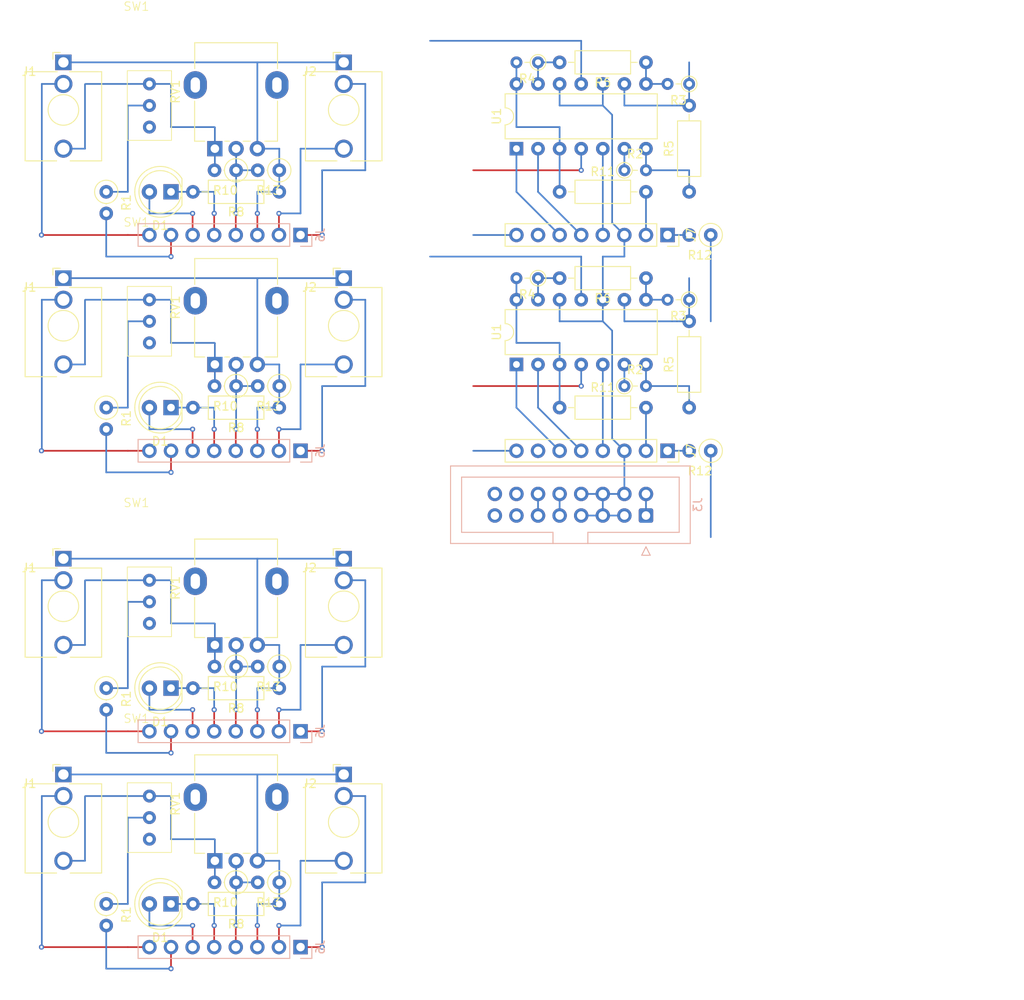
<source format=kicad_pcb>
(kicad_pcb (version 20240108) (generator "pcbnew") (generator_version "8.0")
  (layers (0 "F.Cu" signal) (31 "B.Cu" signal) (34 "B.Paste" user) (35 "F.Paste" user) (36 "B.SilkS" user "B.Silkscreen") (37 "F.SilkS" user "F.Silkscreen") (38 "B.Mask" user) (39 "F.Mask" user) (44 "Edge.Cuts" user))
  (net 0 "")
  (net 1 "U1.2")
  (net 2 "Net-(R2-Pad2)")
  (net 3 "Net-(R3-Pad2)")
  (net 4 "/Daisy chain in")
  (net 5 "GND")
  (net 6 "Net-(SW1-A)")
  (net 7 "/Daisy chain out")
  (net 8 "+12V")
  (net 9 "-12V")
  (net 10 "+5V")
  (net 11 "U1.13")
  (net 12 "U1.3")
  (net 13 "R11")
  (net 14 "U1.14")
  (net 15 "R12")
  (net 16 "Net-(SW1-B)")
  (net 21 "Net-(U1D--)")
  (net 22 "Net-(U1A-+)")
  (footprint "Connector_PinSocket_2.54mm:PinSocket_1x08_P2.54mm_Vertical" (layer "F.Cu") (at 195.58 50.8 -90)
    (property "Reference" "J7")
    (property "Value" "Conn_01x08_Socket")
  )
  (footprint "Resistor_THT:R_Axial_DIN0207_L6.3mm_D2.5mm_P2.54mm_Vertical" (layer "F.Cu") (at 129.54 71.12 -90)
    (property "Reference" "R1")
    (property "Value" "100k")
  )
  (footprint "Resistor_THT:R_Axial_DIN0204_L3.6mm_D1.6mm_P2.54mm_Vertical" (layer "F.Cu") (at 198.12 33.02 180)
    (property "Reference" "R3")
    (property "Value" "100k")
  )
  (footprint "Resistor_THT:R_Axial_DIN0207_L6.3mm_D2.5mm_P2.54mm_Vertical" (layer "F.Cu") (at 144.82 101.6 180)
    (property "Reference" "R10")
    (property "Value" "22k")
  )
  (footprint "Resistor_THT:R_Axial_DIN0207_L6.3mm_D2.5mm_P2.54mm_Vertical" (layer "F.Cu") (at 200.66 50.8 180)
    (property "Reference" "R12")
    (property "Value" "100k")
  )
  (footprint "Resistor_THT:R_Axial_DIN0204_L3.6mm_D1.6mm_P2.54mm_Vertical" (layer "F.Cu") (at 190.5 43.18)
    (property "Reference" "R2")
    (property "Value" "100k")
  )
  (footprint "Resistor_THT:R_Axial_DIN0207_L6.3mm_D2.5mm_P2.54mm_Vertical" (layer "F.Cu") (at 129.54 104.14 -90)
    (property "Reference" "R1")
    (property "Value" "100k")
  )
  (footprint "Resistor_THT:R_Axial_DIN0207_L6.3mm_D2.5mm_P2.54mm_Vertical" (layer "F.Cu") (at 149.9 43.18 180)
    (property "Reference" "R13")
    (property "Value" "22k")
  )
  (footprint "Resistor_THT:R_Axial_DIN0207_L6.3mm_D2.5mm_P2.54mm_Vertical" (layer "F.Cu") (at 144.82 43.18 180)
    (property "Reference" "R10")
    (property "Value" "22k")
  )
  (footprint "Custom:Thonkiconn mono 3.5mm audio jack PCB spacing" (layer "F.Cu") (at 124.5 114.3)
    (property "Reference" "J1")
    (property "Value" "AudioJack2_SwitchT")
  )
  (footprint "Resistor_THT:R_Axial_DIN0207_L6.3mm_D2.5mm_P10.16mm_Horizontal" (layer "F.Cu") (at 182.88 71.12)
    (property "Reference" "R11")
    (property "Value" "1k")
  )
  (footprint "Custom:SMTS 102 SPDT" (layer "F.Cu") (at 134.62 119.38)
    (property "Reference" "SW1")
    (property "Value" "SW_SPST")
  )
  (footprint "Resistor_THT:R_Axial_DIN0207_L6.3mm_D2.5mm_P2.54mm_Vertical" (layer "F.Cu") (at 149.9 127 180)
    (property "Reference" "R13")
    (property "Value" "22k")
  )
  (footprint "Resistor_THT:R_Axial_DIN0204_L3.6mm_D1.6mm_P2.54mm_Vertical" (layer "F.Cu") (at 198.12 58.42 180)
    (property "Reference" "R3")
    (property "Value" "100k")
  )
  (footprint "Resistor_THT:R_Axial_DIN0207_L6.3mm_D2.5mm_P2.54mm_Vertical" (layer "F.Cu") (at 149.9 101.6 180)
    (property "Reference" "R13")
    (property "Value" "22k")
  )
  (footprint "Custom:Thonkiconn mono 3.5mm audio jack PCB spacing" (layer "F.Cu") (at 157.48 88.9)
    (property "Reference" "J2")
    (property "Value" "AudioJack2_SwitchT")
  )
  (footprint "Custom:Thonkiconn mono 3.5mm audio jack PCB spacing" (layer "F.Cu") (at 124.5 88.9)
    (property "Reference" "J1")
    (property "Value" "AudioJack2_SwitchT")
  )
  (footprint "LED_THT:LED_D5.0mm" (layer "F.Cu") (at 137.16 71.12 180)
    (property "Reference" "D1")
    (property "Value" "LED_Dual_Bidirectional")
  )
  (footprint "Resistor_THT:R_Axial_DIN0207_L6.3mm_D2.5mm_P10.16mm_Horizontal" (layer "F.Cu") (at 149.9 71.12 180)
    (property "Reference" "R8")
    (property "Value" "470")
  )
  (footprint "Connector_PinSocket_2.54mm:PinSocket_1x08_P2.54mm_Vertical" (layer "F.Cu") (at 195.58 76.2 -90)
    (property "Reference" "J7")
    (property "Value" "Conn_01x08_Socket")
  )
  (footprint "Resistor_THT:R_Axial_DIN0207_L6.3mm_D2.5mm_P2.54mm_Vertical" (layer "F.Cu") (at 200.66 76.2 180)
    (property "Reference" "R12")
    (property "Value" "100k")
  )
  (footprint "Package_DIP:DIP-14_W7.62mm" (layer "F.Cu") (at 177.8 40.64 90)
    (property "Reference" "U1")
    (property "Value" "LM324")
  )
  (footprint "Resistor_THT:R_Axial_DIN0207_L6.3mm_D2.5mm_P2.54mm_Vertical" (layer "F.Cu") (at 129.54 129.54 -90)
    (property "Reference" "R1")
    (property "Value" "100k")
  )
  (footprint "LED_THT:LED_D5.0mm" (layer "F.Cu") (at 137.16 45.72 180)
    (property "Reference" "D1")
    (property "Value" "LED_Dual_Bidirectional")
  )
  (footprint "LED_THT:LED_D5.0mm" (layer "F.Cu") (at 137.16 129.54 180)
    (property "Reference" "D1")
    (property "Value" "LED_Dual_Bidirectional")
  )
  (footprint "Potentiometer_THT:Potentiometer_Alpha_RD901F-40-00D_Single_Vertical" (layer "F.Cu") (at 142.32 99.06 90)
    (property "Reference" "RV1")
    (property "Value" "100k")
  )
  (footprint "Resistor_THT:R_Axial_DIN0207_L6.3mm_D2.5mm_P10.16mm_Horizontal" (layer "F.Cu") (at 182.88 45.72)
    (property "Reference" "R11")
    (property "Value" "1k")
  )
  (footprint "Resistor_THT:R_Axial_DIN0204_L3.6mm_D1.6mm_P2.54mm_Vertical" (layer "F.Cu") (at 180.34 30.48 180)
    (property "Reference" "R4")
    (property "Value" "100k")
  )
  (footprint "Resistor_THT:R_Axial_DIN0207_L6.3mm_D2.5mm_P10.16mm_Horizontal" (layer "F.Cu") (at 149.9 129.54 180)
    (property "Reference" "R8")
    (property "Value" "470")
  )
  (footprint "Custom:SMTS 102 SPDT" (layer "F.Cu") (at 134.62 93.98)
    (property "Reference" "SW1")
    (property "Value" "SW_SPST")
  )
  (footprint "Package_DIP:DIP-14_W7.62mm" (layer "F.Cu") (at 177.8 66.04 90)
    (property "Reference" "U1")
    (property "Value" "LM324")
  )
  (footprint "Resistor_THT:R_Axial_DIN0207_L6.3mm_D2.5mm_P10.16mm_Horizontal" (layer "F.Cu") (at 193.04 30.48 180)
    (property "Reference" "R6")
    (property "Value" "100k")
  )
  (footprint "Resistor_THT:R_Axial_DIN0207_L6.3mm_D2.5mm_P10.16mm_Horizontal" (layer "F.Cu") (at 198.12 71.12 90)
    (property "Reference" "R5")
    (property "Value" "100k")
  )
  (footprint "Resistor_THT:R_Axial_DIN0207_L6.3mm_D2.5mm_P10.16mm_Horizontal" (layer "F.Cu") (at 193.04 55.88 180)
    (property "Reference" "R6")
    (property "Value" "100k")
  )
  (footprint "Potentiometer_THT:Potentiometer_Alpha_RD901F-40-00D_Single_Vertical" (layer "F.Cu") (at 142.32 124.46 90)
    (property "Reference" "RV1")
    (property "Value" "100k")
  )
  (footprint "Custom:Thonkiconn mono 3.5mm audio jack PCB spacing" (layer "F.Cu") (at 124.5 30.48)
    (property "Reference" "J1")
    (property "Value" "AudioJack2_SwitchT")
  )
  (footprint "Potentiometer_THT:Potentiometer_Alpha_RD901F-40-00D_Single_Vertical" (layer "F.Cu") (at 142.32 40.64 90)
    (property "Reference" "RV1")
    (property "Value" "100k")
  )
  (footprint "Resistor_THT:R_Axial_DIN0207_L6.3mm_D2.5mm_P10.16mm_Horizontal" (layer "F.Cu") (at 149.9 45.72 180)
    (property "Reference" "R8")
    (property "Value" "470")
  )
  (footprint "Resistor_THT:R_Axial_DIN0204_L3.6mm_D1.6mm_P2.54mm_Vertical" (layer "F.Cu") (at 190.5 68.58)
    (property "Reference" "R2")
    (property "Value" "100k")
  )
  (footprint "Resistor_THT:R_Axial_DIN0207_L6.3mm_D2.5mm_P10.16mm_Horizontal" (layer "F.Cu") (at 198.12 45.72 90)
    (property "Reference" "R5")
    (property "Value" "100k")
  )
  (footprint "LED_THT:LED_D5.0mm" (layer "F.Cu") (at 137.16 104.14 180)
    (property "Reference" "D1")
    (property "Value" "LED_Dual_Bidirectional")
  )
  (footprint "Custom:Thonkiconn mono 3.5mm audio jack PCB spacing" (layer "F.Cu") (at 157.48 114.3)
    (property "Reference" "J2")
    (property "Value" "AudioJack2_SwitchT")
  )
  (footprint "Custom:SMTS 102 SPDT" (layer "F.Cu") (at 134.62 35.56)
    (property "Reference" "SW1")
    (property "Value" "SW_SPST")
  )
  (footprint "Custom:Thonkiconn mono 3.5mm audio jack PCB spacing" (layer "F.Cu") (at 124.5 55.88)
    (property "Reference" "J1")
    (property "Value" "AudioJack2_SwitchT")
  )
  (footprint "Resistor_THT:R_Axial_DIN0204_L3.6mm_D1.6mm_P2.54mm_Vertical" (layer "F.Cu") (at 180.34 55.88 180)
    (property "Reference" "R4")
    (property "Value" "100k")
  )
  (footprint "Custom:Thonkiconn mono 3.5mm audio jack PCB spacing" (layer "F.Cu") (at 157.48 30.48)
    (property "Reference" "J2")
    (property "Value" "AudioJack2_SwitchT")
  )
  (footprint "Potentiometer_THT:Potentiometer_Alpha_RD901F-40-00D_Single_Vertical" (layer "F.Cu") (at 142.32 66.04 90)
    (property "Reference" "RV1")
    (property "Value" "100k")
  )
  (footprint "Resistor_THT:R_Axial_DIN0207_L6.3mm_D2.5mm_P2.54mm_Vertical" (layer "F.Cu") (at 144.82 127 180)
    (property "Reference" "R10")
    (property "Value" "22k")
  )
  (footprint "Resistor_THT:R_Axial_DIN0207_L6.3mm_D2.5mm_P2.54mm_Vertical" (layer "F.Cu") (at 144.82 68.58 180)
    (property "Reference" "R10")
    (property "Value" "22k")
  )
  (footprint "Resistor_THT:R_Axial_DIN0207_L6.3mm_D2.5mm_P2.54mm_Vertical" (layer "F.Cu") (at 129.54 45.72 -90)
    (property "Reference" "R1")
    (property "Value" "100k")
  )
  (footprint "Custom:SMTS 102 SPDT" (layer "F.Cu") (at 134.62 60.96)
    (property "Reference" "SW1")
    (property "Value" "SW_SPST")
  )
  (footprint "Resistor_THT:R_Axial_DIN0207_L6.3mm_D2.5mm_P10.16mm_Horizontal" (layer "F.Cu") (at 149.9 104.14 180)
    (property "Reference" "R8")
    (property "Value" "470")
  )
  (footprint "Resistor_THT:R_Axial_DIN0207_L6.3mm_D2.5mm_P2.54mm_Vertical" (layer "F.Cu") (at 149.9 68.58 180)
    (property "Reference" "R13")
    (property "Value" "22k")
  )
  (footprint "Custom:Thonkiconn mono 3.5mm audio jack PCB spacing" (layer "F.Cu") (at 157.48 55.88)
    (property "Reference" "J2")
    (property "Value" "AudioJack2_SwitchT")
  )
  (footprint "Connector_IDC:IDC-Header_2x08_P2.54mm_Vertical" (layer "B.Cu") (at 193.04 83.82 90)
    (property "Reference" "J3")
    (property "Value" "Conn_02x08_Odd_Even")
  )
  (footprint "Connector_PinHeader_2.54mm:PinHeader_1x08_P2.54mm_Vertical" (layer "B.Cu") (at 152.4 76.2 90)
    (property "Reference" "J6")
    (property "Value" "Conn_01x08_Pin")
  )
  (footprint "Connector_PinHeader_2.54mm:PinHeader_1x08_P2.54mm_Vertical" (layer "B.Cu") (at 152.4 134.62 90)
    (property "Reference" "J6")
    (property "Value" "Conn_01x08_Pin")
  )
  (footprint "Connector_PinHeader_2.54mm:PinHeader_1x08_P2.54mm_Vertical" (layer "B.Cu") (at 152.4 109.22 90)
    (property "Reference" "J6")
    (property "Value" "Conn_01x08_Pin")
  )
  (footprint "Connector_PinHeader_2.54mm:PinHeader_1x08_P2.54mm_Vertical" (layer "B.Cu") (at 152.4 50.8 90)
    (property "Reference" "J6")
    (property "Value" "Conn_01x08_Pin")
  )
  (segment (start 137.16 109.22) (end 137.16 111.76) (width 0.2) (layer "F.Cu") (net 1))
  (segment (start 137.16 134.62) (end 137.16 137.16) (width 0.2) (layer "F.Cu") (net 1))
  (segment (start 137.16 76.2) (end 137.16 78.74) (width 0.2) (layer "F.Cu") (net 1))
  (segment (start 137.16 50.8) (end 137.16 53.34) (width 0.2) (layer "F.Cu") (net 1))
  (via (at 137.16 137.16) (size 0.6) (drill 0.3) (layers "F.Cu" "B.Cu") (net 1))
  (via (at 137.16 78.74) (size 0.6) (drill 0.3) (layers "F.Cu" "B.Cu") (net 1))
  (via (at 137.16 111.76) (size 0.6) (drill 0.3) (layers "F.Cu" "B.Cu") (net 1))
  (via (at 137.16 53.34) (size 0.6) (drill 0.3) (layers "F.Cu" "B.Cu") (net 1))
  (segment (start 129.54 111.76) (end 137.16 111.76) (width 0.2) (layer "B.Cu") (net 1))
  (segment (start 190.5 40.64) (end 190.5 43.18) (width 0.2) (layer "B.Cu") (net 1))
  (segment (start 129.54 137.16) (end 137.16 137.16) (width 0.2) (layer "B.Cu") (net 1))
  (segment (start 129.54 106.68) (end 129.54 111.76) (width 0.2) (layer "B.Cu") (net 1))
  (segment (start 190.5 66.04) (end 190.5 68.58) (width 0.2) (layer "B.Cu") (net 1))
  (segment (start 129.54 78.74) (end 137.16 78.74) (width 0.2) (layer "B.Cu") (net 1))
  (segment (start 129.54 73.66) (end 129.54 78.74) (width 0.2) (layer "B.Cu") (net 1))
  (segment (start 129.54 53.34) (end 137.16 53.34) (width 0.2) (layer "B.Cu") (net 1))
  (segment (start 129.54 48.26) (end 129.54 53.34) (width 0.2) (layer "B.Cu") (net 1))
  (segment (start 129.54 132.08) (end 129.54 137.16) (width 0.2) (layer "B.Cu") (net 1))
  (segment (start 193.04 43.18) (end 198.12 43.18) (width 0.2) (layer "B.Cu") (net 2))
  (segment (start 193.04 40.64) (end 193.04 43.18) (width 0.2) (layer "B.Cu") (net 2))
  (segment (start 198.12 68.58) (end 198.12 71.12) (width 0.2) (layer "B.Cu") (net 2))
  (segment (start 198.12 43.18) (end 198.12 45.72) (width 0.2) (layer "B.Cu") (net 2))
  (segment (start 193.04 66.04) (end 193.04 68.58) (width 0.2) (layer "B.Cu") (net 2))
  (segment (start 193.04 68.58) (end 198.12 68.58) (width 0.2) (layer "B.Cu") (net 2))
  (segment (start 195.58 33.02) (end 193.04 33.02) (width 0.2) (layer "B.Cu") (net 3))
  (segment (start 193.04 55.88) (end 193.04 58.42) (width 0.2) (layer "B.Cu") (net 3))
  (segment (start 195.58 58.42) (end 193.04 58.42) (width 0.2) (layer "B.Cu") (net 3))
  (segment (start 193.04 30.48) (end 193.04 33.02) (width 0.2) (layer "B.Cu") (net 3))
  (segment (start 198.12 60.96) (end 198.12 58.42) (width 0.2) (layer "B.Cu") (net 4))
  (segment (start 190.5 58.42) (end 190.5 60.96) (width 0.2) (layer "B.Cu") (net 4))
  (segment (start 198.12 58.42) (end 198.12 55.88) (width 0.2) (layer "B.Cu") (net 4))
  (segment (start 190.5 60.96) (end 198.12 60.96) (width 0.2) (layer "B.Cu") (net 4))
  (segment (start 198.12 33.02) (end 198.12 30.48) (width 0.2) (layer "B.Cu") (net 4))
  (segment (start 190.5 35.56) (end 198.12 35.56) (width 0.2) (layer "B.Cu") (net 4))
  (segment (start 198.12 35.56) (end 198.12 33.02) (width 0.2) (layer "B.Cu") (net 4))
  (segment (start 190.5 33.02) (end 190.5 35.56) (width 0.2) (layer "B.Cu") (net 4))
  (segment (start 147.32 76.2) (end 147.32 73.66) (width 0.2) (layer "F.Cu") (net 5))
  (segment (start 147.32 50.8) (end 147.32 48.26) (width 0.2) (layer "F.Cu") (net 5))
  (segment (start 147.32 109.22) (end 147.32 106.68) (width 0.2) (layer "F.Cu") (net 5))
  (segment (start 147.32 134.62) (end 147.32 132.08) (width 0.2) (layer "F.Cu") (net 5))
  (via (at 147.32 73.66) (size 0.6) (drill 0.3) (layers "F.Cu" "B.Cu") (net 5))
  (via (at 147.32 106.68) (size 0.6) (drill 0.3) (layers "F.Cu" "B.Cu") (net 5))
  (via (at 147.32 48.26) (size 0.6) (drill 0.3) (layers "F.Cu" "B.Cu") (net 5))
  (via (at 147.32 132.08) (size 0.6) (drill 0.3) (layers "F.Cu" "B.Cu") (net 5))
  (segment (start 124.5 55.88) (end 147.36 55.88) (width 0.2) (layer "B.Cu") (net 5))
  (segment (start 147.32 66.04) (end 149.9 66.04) (width 0.2) (layer "B.Cu") (net 5))
  (segment (start 187.96 58.42) (end 187.96 53.34) (width 0.2) (layer "B.Cu") (net 5))
  (segment (start 189.06 62.06) (end 189.06 74.76) (width 0.2) (layer "B.Cu") (net 5))
  (segment (start 147.36 88.9) (end 157.52 88.9) (width 0.2) (layer "B.Cu") (net 5))
  (segment (start 149.9 127) (end 149.9 129.54) (width 0.2) (layer "B.Cu") (net 5))
  (segment (start 149.9 45.72) (end 147.32 45.72) (width 0.2) (layer "B.Cu") (net 5))
  (segment (start 149.9 124.46) (end 149.9 127) (width 0.2) (layer "B.Cu") (net 5))
  (segment (start 182.88 33.02) (end 182.88 35.56) (width 0.2) (layer "B.Cu") (net 5))
  (segment (start 147.32 129.54) (end 147.32 132.08) (width 0.2) (layer "B.Cu") (net 5))
  (segment (start 147.32 124.46) (end 149.9 124.46) (width 0.2) (layer "B.Cu") (net 5))
  (segment (start 149.9 43.18) (end 149.9 45.72) (width 0.2) (layer "B.Cu") (net 5))
  (segment (start 182.88 58.42) (end 182.88 60.96) (width 0.2) (layer "B.Cu") (net 5))
  (segment (start 147.32 30.48) (end 147.32 40.64) (width 0.2) (layer "B.Cu") (net 5))
  (segment (start 187.96 35.56) (end 187.96 33.02) (width 0.2) (layer "B.Cu") (net 5))
  (segment (start 147.36 30.48) (end 157.52 30.48) (width 0.2) (layer "B.Cu") (net 5))
  (segment (start 149.9 99.06) (end 149.9 101.6) (width 0.2) (layer "B.Cu") (net 5))
  (segment (start 147.32 114.3) (end 147.32 124.46) (width 0.2) (layer "B.Cu") (net 5))
  (segment (start 190.5 83.82) (end 185.42 83.82) (width 0.2) (layer "B.Cu") (net 5))
  (segment (start 124.5 30.48) (end 147.36 30.48) (width 0.2) (layer "B.Cu") (net 5))
  (segment (start 182.88 60.96) (end 187.96 60.96) (width 0.2) (layer "B.Cu") (net 5))
  (segment (start 147.32 88.9) (end 147.32 99.06) (width 0.2) (layer "B.Cu") (net 5))
  (segment (start 190.5 53.34) (end 190.5 50.8) (width 0.2) (layer "B.Cu") (net 5))
  (segment (start 124.5 88.9) (end 147.36 88.9) (width 0.2) (layer "B.Cu") (net 5))
  (segment (start 147.32 40.64) (end 149.9 40.64) (width 0.2) (layer "B.Cu") (net 5))
  (segment (start 149.9 71.12) (end 147.32 71.12) (width 0.2) (layer "B.Cu") (net 5))
  (segment (start 187.96 35.56) (end 189.06 36.66) (width 0.2) (layer "B.Cu") (net 5))
  (segment (start 147.36 114.3) (end 157.52 114.3) (width 0.2) (layer "B.Cu") (net 5))
  (segment (start 189.06 49.36) (end 190.5 50.8) (width 0.2) (layer "B.Cu") (net 5))
  (segment (start 187.96 81.28) (end 187.96 83.82) (width 0.2) (layer "B.Cu") (net 5))
  (segment (start 187.96 53.34) (end 190.5 53.34) (width 0.2) (layer "B.Cu") (net 5))
  (segment (start 185.42 81.28) (end 190.5 81.28) (width 0.2) (layer "B.Cu") (net 5))
  (segment (start 149.9 101.6) (end 149.9 104.14) (width 0.2) (layer "B.Cu") (net 5))
  (segment (start 189.06 36.66) (end 189.06 49.36) (width 0.2) (layer "B.Cu") (net 5))
  (segment (start 149.9 66.04) (end 149.9 68.58) (width 0.2) (layer "B.Cu") (net 5))
  (segment (start 149.9 68.58) (end 149.9 71.12) (width 0.2) (layer "B.Cu") (net 5))
  (segment (start 147.32 45.72) (end 147.32 48.26) (width 0.2) (layer "B.Cu") (net 5))
  (segment (start 147.32 55.88) (end 147.32 66.04) (width 0.2) (layer "B.Cu") (net 5))
  (segment (start 147.36 55.88) (end 157.52 55.88) (width 0.2) (layer "B.Cu") (net 5))
  (segment (start 149.9 40.64) (end 149.9 43.18) (width 0.2) (layer "B.Cu") (net 5))
  (segment (start 182.88 35.56) (end 187.96 35.56) (width 0.2) (layer "B.Cu") (net 5))
  (segment (start 187.96 60.96) (end 189.06 62.06) (width 0.2) (layer "B.Cu") (net 5))
  (segment (start 147.32 99.06) (end 149.9 99.06) (width 0.2) (layer "B.Cu") (net 5))
  (segment (start 147.32 104.14) (end 147.32 106.68) (width 0.2) (layer "B.Cu") (net 5))
  (segment (start 149.9 129.54) (end 147.32 129.54) (width 0.2) (layer "B.Cu") (net 5))
  (segment (start 149.9 104.14) (end 147.32 104.14) (width 0.2) (layer "B.Cu") (net 5))
  (segment (start 190.5 76.2) (end 190.5 81.28) (width 0.2) (layer "B.Cu") (net 5))
  (segment (start 147.32 71.12) (end 147.32 73.66) (width 0.2) (layer "B.Cu") (net 5))
  (segment (start 187.96 60.96) (end 187.96 58.42) (width 0.2) (layer "B.Cu") (net 5))
  (segment (start 124.5 114.3) (end 147.36 114.3) (width 0.2) (layer "B.Cu") (net 5))
  (segment (start 189.06 74.76) (end 190.5 76.2) (width 0.2) (layer "B.Cu") (net 5))
  (segment (start 124.5 66.04) (end 127.04 66.04) (width 0.2) (layer "B.Cu") (net 6))
  (segment (start 142.28 38.1) (end 142.32 38.14) (width 0.2) (layer "B.Cu") (net 6))
  (segment (start 132.08 33.02) (end 137.16 33.02) (width 0.2) (layer "B.Cu") (net 6))
  (segment (start 127.04 40.64) (end 127.04 33.06) (width 0.2) (layer "B.Cu") (net 6))
  (segment (start 142.32 66.04) (end 142.32 68.54) (width 0.2) (layer "B.Cu") (net 6))
  (segment (start 142.32 96.56) (end 142.32 99.06) (width 0.2) (layer "B.Cu") (net 6))
  (segment (start 137.16 96.52) (end 142.24 96.52) (width 0.2) (layer "B.Cu") (net 6))
  (segment (start 137.16 63.5) (end 142.24 63.5) (width 0.2) (layer "B.Cu") (net 6))
  (segment (start 137.16 38.1) (end 142.24 38.1) (width 0.2) (layer "B.Cu") (net 6))
  (segment (start 142.32 99.06) (end 142.32 101.56) (width 0.2) (layer "B.Cu") (net 6))
  (segment (start 137.16 91.44) (end 137.16 96.52) (width 0.2) (layer "B.Cu") (net 6))
  (segment (start 137.16 33.02) (end 137.16 38.1) (width 0.2) (layer "B.Cu") (net 6))
  (segment (start 142.32 38.14) (end 142.32 40.64) (width 0.2) (layer "B.Cu") (net 6))
  (segment (start 142.32 68.54) (end 142.28 68.58) (width 0.2) (layer "B.Cu") (net 6))
  (segment (start 127.04 124.46) (end 127.04 116.88) (width 0.2) (layer "B.Cu") (net 6))
  (segment (start 137.16 58.42) (end 137.16 63.5) (width 0.2) (layer "B.Cu") (net 6))
  (segment (start 127.04 66.04) (end 127.04 58.46) (width 0.2) (layer "B.Cu") (net 6))
  (segment (start 142.28 121.92) (end 142.32 121.96) (width 0.2) (layer "B.Cu") (net 6))
  (segment (start 127.08 58.42) (end 132.08 58.42) (width 0.2) (layer "B.Cu") (net 6))
  (segment (start 142.32 124.46) (end 142.32 126.96) (width 0.2) (layer "B.Cu") (net 6))
  (segment (start 127.04 99.06) (end 127.04 91.48) (width 0.2) (layer "B.Cu") (net 6))
  (segment (start 127.08 116.84) (end 132.08 116.84) (width 0.2) (layer "B.Cu") (net 6))
  (segment (start 142.28 96.52) (end 142.32 96.56) (width 0.2) (layer "B.Cu") (net 6))
  (segment (start 142.32 40.64) (end 142.32 43.14) (width 0.2) (layer "B.Cu") (net 6))
  (segment (start 127.08 33.02) (end 132.08 33.02) (width 0.2) (layer "B.Cu") (net 6))
  (segment (start 137.16 121.92) (end 142.24 121.92) (width 0.2) (layer "B.Cu") (net 6))
  (segment (start 132.08 91.44) (end 137.16 91.44) (width 0.2) (layer "B.Cu") (net 6))
  (segment (start 132.08 58.42) (end 137.16 58.42) (width 0.2) (layer "B.Cu") (net 6))
  (segment (start 142.28 63.5) (end 142.32 63.54) (width 0.2) (layer "B.Cu") (net 6))
  (segment (start 127.08 91.44) (end 132.08 91.44) (width 0.2) (layer "B.Cu") (net 6))
  (segment (start 124.5 99.06) (end 127.04 99.06) (width 0.2) (layer "B.Cu") (net 6))
  (segment (start 137.16 116.84) (end 137.16 121.92) (width 0.2) (layer "B.Cu") (net 6))
  (segment (start 142.32 101.56) (end 142.28 101.6) (width 0.2) (layer "B.Cu") (net 6))
  (segment (start 142.32 63.54) (end 142.32 66.04) (width 0.2) (layer "B.Cu") (net 6))
  (segment (start 132.08 116.84) (end 137.16 116.84) (width 0.2) (layer "B.Cu") (net 6))
  (segment (start 142.32 126.96) (end 142.28 127) (width 0.2) (layer "B.Cu") (net 6))
  (segment (start 142.32 43.14) (end 142.28 43.18) (width 0.2) (layer "B.Cu") (net 6))
  (segment (start 124.5 40.64) (end 127.04 40.64) (width 0.2) (layer "B.Cu") (net 6))
  (segment (start 124.5 124.46) (end 127.04 124.46) (width 0.2) (layer "B.Cu") (net 6))
  (segment (start 142.32 121.96) (end 142.32 124.46) (width 0.2) (layer "B.Cu") (net 6))
  (segment (start 200.66 50.8) (end 200.66 60.96) (width 0.2) (layer "B.Cu") (net 7))
  (segment (start 200.66 76.2) (end 200.66 86.36) (width 0.2) (layer "B.Cu") (net 7))
  (segment (start 185.42 43.18) (end 172.72 43.18) (width 0.2) (layer "F.Cu") (net 8))
  (segment (start 185.42 68.58) (end 172.72 68.58) (width 0.2) (layer "F.Cu") (net 8))
  (via (at 185.42 43.18) (size 0.6) (drill 0.3) (layers "F.Cu" "B.Cu") (net 8))
  (via (at 185.42 68.58) (size 0.6) (drill 0.3) (layers "F.Cu" "B.Cu") (net 8))
  (segment (start 185.42 66.04) (end 185.42 68.58) (width 0.2) (layer "B.Cu") (net 8))
  (segment (start 182.88 81.28) (end 182.88 83.82) (width 0.2) (layer "B.Cu") (net 8))
  (segment (start 185.42 40.64) (end 185.42 43.18) (width 0.2) (layer "B.Cu") (net 8))
  (segment (start 193.04 81.28) (end 193.04 83.82) (width 0.2) (layer "B.Cu") (net 9))
  (segment (start 185.42 33.02) (end 185.42 27.94) (width 0.2) (layer "B.Cu") (net 9))
  (segment (start 185.42 53.34) (end 167.64 53.34) (width 0.2) (layer "B.Cu") (net 9))
  (segment (start 185.42 58.42) (end 185.42 53.34) (width 0.2) (layer "B.Cu") (net 9))
  (segment (start 185.42 27.94) (end 167.64 27.94) (width 0.2) (layer "B.Cu") (net 9))
  (segment (start 132.08 134.62) (end 121.92 134.62) (width 0.2) (layer "F.Cu") (net 10))
  (segment (start 132.08 109.22) (end 121.92 109.22) (width 0.2) (layer "F.Cu") (net 10))
  (segment (start 132.08 76.2) (end 121.92 76.2) (width 0.2) (layer "F.Cu") (net 10))
  (segment (start 134.62 76.2) (end 132.08 76.2) (width 0.2) (layer "F.Cu") (net 10))
  (segment (start 134.62 50.8) (end 132.08 50.8) (width 0.2) (layer "F.Cu") (net 10))
  (segment (start 134.62 109.22) (end 132.08 109.22) (width 0.2) (layer "F.Cu") (net 10))
  (segment (start 132.08 50.8) (end 121.92 50.8) (width 0.2) (layer "F.Cu") (net 10))
  (segment (start 134.62 134.62) (end 132.08 134.62) (width 0.2) (layer "F.Cu") (net 10))
  (via (at 121.92 134.62) (size 0.6) (drill 0.3) (layers "F.Cu" "B.Cu") (net 10))
  (via (at 121.92 50.8) (size 0.6) (drill 0.3) (layers "F.Cu" "B.Cu") (net 10))
  (via (at 121.92 109.22) (size 0.6) (drill 0.3) (layers "F.Cu" "B.Cu") (net 10))
  (via (at 121.92 76.2) (size 0.6) (drill 0.3) (layers "F.Cu" "B.Cu") (net 10))
  (segment (start 121.96 116.84) (end 121.96 134.62) (width 0.2) (layer "B.Cu") (net 10))
  (segment (start 124.5 91.44) (end 121.96 91.44) (width 0.2) (layer "B.Cu") (net 10))
  (segment (start 177.8 76.2) (end 172.72 76.2) (width 0.2) (layer "B.Cu") (net 10))
  (segment (start 124.5 33.02) (end 121.96 33.02) (width 0.2) (layer "B.Cu") (net 10))
  (segment (start 124.5 58.42) (end 121.96 58.42) (width 0.2) (layer "B.Cu") (net 10))
  (segment (start 124.5 116.84) (end 121.96 116.84) (width 0.2) (layer "B.Cu") (net 10))
  (segment (start 180.34 81.28) (end 180.34 83.82) (width 0.2) (layer "B.Cu") (net 10))
  (segment (start 121.96 58.42) (end 121.96 76.2) (width 0.2) (layer "B.Cu") (net 10))
  (segment (start 121.96 33.02) (end 121.96 50.8) (width 0.2) (layer "B.Cu") (net 10))
  (segment (start 121.96 91.44) (end 121.96 109.22) (width 0.2) (layer "B.Cu") (net 10))
  (segment (start 177.8 50.8) (end 172.72 50.8) (width 0.2) (layer "B.Cu") (net 10))
  (segment (start 142.24 50.8) (end 142.24 48.26) (width 0.2) (layer "F.Cu") (net 11))
  (segment (start 142.24 76.2) (end 142.24 73.66) (width 0.2) (layer "F.Cu") (net 11))
  (segment (start 142.24 109.22) (end 142.24 106.68) (width 0.2) (layer "F.Cu") (net 11))
  (segment (start 142.24 134.62) (end 142.24 132.08) (width 0.2) (layer "F.Cu") (net 11))
  (via (at 142.24 106.68) (size 0.6) (drill 0.3) (layers "F.Cu" "B.Cu") (net 11))
  (via (at 142.24 48.26) (size 0.6) (drill 0.3) (layers "F.Cu" "B.Cu") (net 11))
  (via (at 142.24 73.66) (size 0.6) (drill 0.3) (layers "F.Cu" "B.Cu") (net 11))
  (via (at 142.24 132.08) (size 0.6) (drill 0.3) (layers "F.Cu" "B.Cu") (net 11))
  (segment (start 139.74 45.72) (end 137.16 45.72) (width 0.2) (layer "B.Cu") (net 11))
  (segment (start 142.28 50.76) (end 142.24 50.8) (width 0.2) (layer "B.Cu") (net 11))
  (segment (start 139.7 129.5) (end 139.74 129.54) (width 0.2) (layer "B.Cu") (net 11))
  (segment (start 180.34 66.04) (end 180.34 71.12) (width 0.2) (layer "B.Cu") (net 11))
  (segment (start 142.28 109.18) (end 142.24 109.22) (width 0.2) (layer "B.Cu") (net 11))
  (segment (start 142.24 129.54) (end 142.24 132.04) (width 0.2) (layer "B.Cu") (net 11))
  (segment (start 139.74 104.14) (end 142.24 104.14) (width 0.2) (layer "B.Cu") (net 11))
  (segment (start 139.74 71.12) (end 142.24 71.12) (width 0.2) (layer "B.Cu") (net 11))
  (segment (start 139.74 45.72) (end 142.24 45.72) (width 0.2) (layer "B.Cu") (net 11))
  (segment (start 139.74 129.54) (end 142.24 129.54) (width 0.2) (layer "B.Cu") (net 11))
  (segment (start 180.34 40.64) (end 180.34 45.72) (width 0.2) (layer "B.Cu") (net 11))
  (segment (start 139.7 45.68) (end 139.74 45.72) (width 0.2) (layer "B.Cu") (net 11))
  (segment (start 180.34 45.72) (end 185.42 50.8) (width 0.2) (layer "B.Cu") (net 11))
  (segment (start 139.7 71.08) (end 139.74 71.12) (width 0.2) (layer "B.Cu") (net 11))
  (segment (start 139.74 71.12) (end 137.16 71.12) (width 0.2) (layer "B.Cu") (net 11))
  (segment (start 139.74 129.54) (end 137.16 129.54) (width 0.2) (layer "B.Cu") (net 11))
  (segment (start 142.28 76.16) (end 142.24 76.2) (width 0.2) (layer "B.Cu") (net 11))
  (segment (start 142.24 45.72) (end 142.24 48.22) (width 0.2) (layer "B.Cu") (net 11))
  (segment (start 142.24 104.14) (end 142.24 106.64) (width 0.2) (layer "B.Cu") (net 11))
  (segment (start 180.34 71.12) (end 185.42 76.2) (width 0.2) (layer "B.Cu") (net 11))
  (segment (start 142.28 134.58) (end 142.24 134.62) (width 0.2) (layer "B.Cu") (net 11))
  (segment (start 139.74 104.14) (end 137.16 104.14) (width 0.2) (layer "B.Cu") (net 11))
  (segment (start 142.24 71.12) (end 142.24 73.62) (width 0.2) (layer "B.Cu") (net 11))
  (segment (start 139.7 104.1) (end 139.74 104.14) (width 0.2) (layer "B.Cu") (net 11))
  (segment (start 144.78 109.22) (end 144.78 106.68) (width 0.2) (layer "F.Cu") (net 12))
  (segment (start 144.78 134.62) (end 144.78 132.08) (width 0.2) (layer "F.Cu") (net 12))
  (segment (start 144.78 76.2) (end 144.78 73.66) (width 0.2) (layer "F.Cu") (net 12))
  (segment (start 144.78 50.8) (end 144.78 48.26) (width 0.2) (layer "F.Cu") (net 12))
  (via (at 144.78 73.66) (size 0.6) (drill 0.3) (layers "F.Cu" "B.Cu") (net 12))
  (via (at 144.78 106.68) (size 0.6) (drill 0.3) (layers "F.Cu" "B.Cu") (net 12))
  (via (at 144.78 132.08) (size 0.6) (drill 0.3) (layers "F.Cu" "B.Cu") (net 12))
  (via (at 144.78 48.26) (size 0.6) (drill 0.3) (layers "F.Cu" "B.Cu") (net 12))
  (segment (start 187.96 40.64) (end 187.96 50.8) (width 0.2) (layer "B.Cu") (net 12))
  (segment (start 144.82 127) (end 144.82 132.04) (width 0.2) (layer "B.Cu") (net 12))
  (segment (start 147.36 127) (end 144.82 127) (width 0.2) (layer "B.Cu") (net 12))
  (segment (start 144.82 43.18) (end 144.82 48.22) (width 0.2) (layer "B.Cu") (net 12))
  (segment (start 144.82 109.18) (end 144.78 109.22) (width 0.2) (layer "B.Cu") (net 12))
  (segment (start 147.36 68.58) (end 144.82 68.58) (width 0.2) (layer "B.Cu") (net 12))
  (segment (start 144.82 40.64) (end 144.82 43.18) (width 0.2) (layer "B.Cu") (net 12))
  (segment (start 144.82 76.16) (end 144.78 76.2) (width 0.2) (layer "B.Cu") (net 12))
  (segment (start 144.82 50.76) (end 144.78 50.8) (width 0.2) (layer "B.Cu") (net 12))
  (segment (start 147.36 43.18) (end 144.82 43.18) (width 0.2) (layer "B.Cu") (net 12))
  (segment (start 144.82 68.58) (end 144.82 73.62) (width 0.2) (layer "B.Cu") (net 12))
  (segment (start 144.82 66.04) (end 144.82 68.58) (width 0.2) (layer "B.Cu") (net 12))
  (segment (start 187.96 66.04) (end 187.96 76.2) (width 0.2) (layer "B.Cu") (net 12))
  (segment (start 144.82 101.6) (end 144.82 106.64) (width 0.2) (layer "B.Cu") (net 12))
  (segment (start 147.36 101.6) (end 144.82 101.6) (width 0.2) (layer "B.Cu") (net 12))
  (segment (start 144.82 134.58) (end 144.78 134.62) (width 0.2) (layer "B.Cu") (net 12))
  (segment (start 144.82 124.46) (end 144.82 127) (width 0.2) (layer "B.Cu") (net 12))
  (segment (start 144.82 99.06) (end 144.82 101.6) (width 0.2) (layer "B.Cu") (net 12))
  (segment (start 149.86 109.22) (end 149.86 106.68) (width 0.2) (layer "F.Cu") (net 13))
  (segment (start 149.86 50.8) (end 149.86 48.26) (width 0.2) (layer "F.Cu") (net 13))
  (segment (start 149.86 76.2) (end 149.86 73.66) (width 0.2) (layer "F.Cu") (net 13))
  (segment (start 149.86 134.62) (end 149.86 132.08) (width 0.2) (layer "F.Cu") (net 13))
  (via (at 149.86 48.26) (size 0.6) (drill 0.3) (layers "F.Cu" "B.Cu") (net 13))
  (via (at 149.86 106.68) (size 0.6) (drill 0.3) (layers "F.Cu" "B.Cu") (net 13))
  (via (at 149.86 73.66) (size 0.6) (drill 0.3) (layers "F.Cu" "B.Cu") (net 13))
  (via (at 149.86 132.08) (size 0.6) (drill 0.3) (layers "F.Cu" "B.Cu") (net 13))
  (segment (start 193.04 45.72) (end 193.04 50.8) (width 0.2) (layer "B.Cu") (net 13))
  (segment (start 157.52 66.04) (end 152.4 66.04) (width 0.2) (layer "B.Cu") (net 13))
  (segment (start 152.4 124.46) (end 152.4 132.08) (width 0.2) (layer "B.Cu") (net 13))
  (segment (start 157.52 99.06) (end 152.4 99.06) (width 0.2) (layer "B.Cu") (net 13))
  (segment (start 152.4 40.64) (end 152.4 48.26) (width 0.2) (layer "B.Cu") (net 13))
  (segment (start 152.4 66.04) (end 152.4 73.66) (width 0.2) (layer "B.Cu") (net 13))
  (segment (start 152.4 99.06) (end 152.4 106.68) (width 0.2) (layer "B.Cu") (net 13))
  (segment (start 152.4 106.68) (end 149.86 106.68) (width 0.2) (layer "B.Cu") (net 13))
  (segment (start 152.4 48.26) (end 149.86 48.26) (width 0.2) (layer "B.Cu") (net 13))
  (segment (start 152.4 132.08) (end 149.86 132.08) (width 0.2) (layer "B.Cu") (net 13))
  (segment (start 152.4 73.66) (end 149.86 73.66) (width 0.2) (layer "B.Cu") (net 13))
  (segment (start 157.52 40.64) (end 152.4 40.64) (width 0.2) (layer "B.Cu") (net 13))
  (segment (start 193.04 71.12) (end 193.04 76.2) (width 0.2) (layer "B.Cu") (net 13))
  (segment (start 157.52 124.46) (end 152.4 124.46) (width 0.2) (layer "B.Cu") (net 13))
  (segment (start 139.7 109.22) (end 139.7 106.68) (width 0.2) (layer "F.Cu") (net 14))
  (segment (start 139.7 76.2) (end 139.7 73.66) (width 0.2) (layer "F.Cu") (net 14))
  (segment (start 139.7 134.62) (end 139.7 132.08) (width 0.2) (layer "F.Cu") (net 14))
  (segment (start 139.7 50.8) (end 139.7 48.26) (width 0.2) (layer "F.Cu") (net 14))
  (via (at 139.7 73.66) (size 0.6) (drill 0.3) (layers "F.Cu" "B.Cu") (net 14))
  (via (at 139.7 48.26) (size 0.6) (drill 0.3) (layers "F.Cu" "B.Cu") (net 14))
  (via (at 139.7 132.08) (size 0.6) (drill 0.3) (layers "F.Cu" "B.Cu") (net 14))
  (via (at 139.7 106.68) (size 0.6) (drill 0.3) (layers "F.Cu" "B.Cu") (net 14))
  (segment (start 134.62 45.72) (end 134.62 48.26) (width 0.2) (layer "B.Cu") (net 14))
  (segment (start 134.62 129.54) (end 134.62 132.08) (width 0.2) (layer "B.Cu") (net 14))
  (segment (start 177.8 45.72) (end 182.88 50.8) (width 0.2) (layer "B.Cu") (net 14))
  (segment (start 134.62 48.26) (end 139.7 48.26) (width 0.2) (layer "B.Cu") (net 14))
  (segment (start 134.62 106.68) (end 139.7 106.68) (width 0.2) (layer "B.Cu") (net 14))
  (segment (start 134.62 104.14) (end 134.62 106.68) (width 0.2) (layer "B.Cu") (net 14))
  (segment (start 177.8 71.12) (end 182.88 76.2) (width 0.2) (layer "B.Cu") (net 14))
  (segment (start 134.62 132.08) (end 139.7 132.08) (width 0.2) (layer "B.Cu") (net 14))
  (segment (start 177.8 40.64) (end 177.8 45.72) (width 0.2) (layer "B.Cu") (net 14))
  (segment (start 134.62 71.12) (end 134.62 73.66) (width 0.2) (layer "B.Cu") (net 14))
  (segment (start 177.8 66.04) (end 177.8 71.12) (width 0.2) (layer "B.Cu") (net 14))
  (segment (start 134.62 73.66) (end 139.7 73.66) (width 0.2) (layer "B.Cu") (net 14))
  (segment (start 154.94 134.62) (end 152.4 134.62) (width 0.2) (layer "F.Cu") (net 15))
  (segment (start 154.94 109.22) (end 152.4 109.22) (width 0.2) (layer "F.Cu") (net 15))
  (segment (start 154.94 50.8) (end 152.4 50.8) (width 0.2) (layer "F.Cu") (net 15))
  (segment (start 154.94 76.2) (end 152.4 76.2) (width 0.2) (layer "F.Cu") (net 15))
  (via (at 154.94 76.2) (size 0.6) (drill 0.3) (layers "F.Cu" "B.Cu") (net 15))
  (via (at 154.94 134.62) (size 0.6) (drill 0.3) (layers "F.Cu" "B.Cu") (net 15))
  (via (at 154.94 109.22) (size 0.6) (drill 0.3) (layers "F.Cu" "B.Cu") (net 15))
  (via (at 154.94 50.8) (size 0.6) (drill 0.3) (layers "F.Cu" "B.Cu") (net 15))
  (segment (start 154.94 68.58) (end 154.94 76.2) (width 0.2) (layer "B.Cu") (net 15))
  (segment (start 160.02 68.58) (end 154.94 68.58) (width 0.2) (layer "B.Cu") (net 15))
  (segment (start 157.52 33.02) (end 160.02 33.02) (width 0.2) (layer "B.Cu") (net 15))
  (segment (start 157.52 116.84) (end 160.02 116.84) (width 0.2) (layer "B.Cu") (net 15))
  (segment (start 154.94 101.6) (end 154.94 109.22) (width 0.2) (layer "B.Cu") (net 15))
  (segment (start 157.52 91.44) (end 160.02 91.44) (width 0.2) (layer "B.Cu") (net 15))
  (segment (start 160.02 43.18) (end 154.94 43.18) (width 0.2) (layer "B.Cu") (net 15))
  (segment (start 198.12 76.2) (end 195.58 76.2) (width 0.2) (layer "B.Cu") (net 15))
  (segment (start 160.02 127) (end 154.94 127) (width 0.2) (layer "B.Cu") (net 15))
  (segment (start 154.94 43.18) (end 154.94 50.8) (width 0.2) (layer "B.Cu") (net 15))
  (segment (start 160.02 116.84) (end 160.02 127) (width 0.2) (layer "B.Cu") (net 15))
  (segment (start 160.02 101.6) (end 154.94 101.6) (width 0.2) (layer "B.Cu") (net 15))
  (segment (start 198.12 50.8) (end 195.58 50.8) (width 0.2) (layer "B.Cu") (net 15))
  (segment (start 160.02 91.44) (end 160.02 101.6) (width 0.2) (layer "B.Cu") (net 15))
  (segment (start 160.02 33.02) (end 160.02 43.18) (width 0.2) (layer "B.Cu") (net 15))
  (segment (start 160.02 58.42) (end 160.02 68.58) (width 0.2) (layer "B.Cu") (net 15))
  (segment (start 157.52 58.42) (end 160.02 58.42) (width 0.2) (layer "B.Cu") (net 15))
  (segment (start 154.94 127) (end 154.94 134.62) (width 0.2) (layer "B.Cu") (net 15))
  (segment (start 132.08 71.12) (end 132.08 60.96) (width 0.2) (layer "B.Cu") (net 16))
  (segment (start 132.08 104.14) (end 132.08 93.98) (width 0.2) (layer "B.Cu") (net 16))
  (segment (start 132.08 129.54) (end 132.08 119.38) (width 0.2) (layer "B.Cu") (net 16))
  (segment (start 129.54 71.12) (end 132.08 71.12) (width 0.2) (layer "B.Cu") (net 16))
  (segment (start 132.08 93.98) (end 134.62 93.98) (width 0.2) (layer "B.Cu") (net 16))
  (segment (start 132.08 35.56) (end 134.62 35.56) (width 0.2) (layer "B.Cu") (net 16))
  (segment (start 132.08 45.72) (end 132.08 35.56) (width 0.2) (layer "B.Cu") (net 16))
  (segment (start 132.08 119.38) (end 134.62 119.38) (width 0.2) (layer "B.Cu") (net 16))
  (segment (start 129.54 45.72) (end 132.08 45.72) (width 0.2) (layer "B.Cu") (net 16))
  (segment (start 129.54 129.54) (end 132.08 129.54) (width 0.2) (layer "B.Cu") (net 16))
  (segment (start 132.08 60.96) (end 134.62 60.96) (width 0.2) (layer "B.Cu") (net 16))
  (segment (start 129.54 104.14) (end 132.08 104.14) (width 0.2) (layer "B.Cu") (net 16))
  (segment (start 182.88 30.48) (end 180.34 30.48) (width 0.2) (layer "B.Cu") (net 21))
  (segment (start 180.34 55.88) (end 180.34 58.42) (width 0.2) (layer "B.Cu") (net 21))
  (segment (start 182.88 55.88) (end 180.34 55.88) (width 0.2) (layer "B.Cu") (net 21))
  (segment (start 180.34 30.48) (end 180.34 33.02) (width 0.2) (layer "B.Cu") (net 21))
  (segment (start 177.8 55.88) (end 177.8 58.42) (width 0.2) (layer "B.Cu") (net 22))
  (segment (start 177.8 58.42) (end 177.8 63.5) (width 0.2) (layer "B.Cu") (net 22))
  (segment (start 177.8 30.48) (end 177.8 33.02) (width 0.2) (layer "B.Cu") (net 22))
  (segment (start 177.8 33.02) (end 177.8 38.1) (width 0.2) (layer "B.Cu") (net 22))
  (segment (start 182.88 63.5) (end 182.88 66.04) (width 0.2) (layer "B.Cu") (net 22))
  (segment (start 177.8 38.1) (end 182.88 38.1) (width 0.2) (layer "B.Cu") (net 22))
  (segment (start 182.88 38.1) (end 182.88 40.64) (width 0.2) (layer "B.Cu") (net 22))
  (segment (start 177.8 63.5) (end 182.88 63.5) (width 0.2) (layer "B.Cu") (net 22))
  (segment (start 182.88 71.12) (end 182.88 66.04) (width 0.2) (layer "B.Cu") (net 22))
  (segment (start 182.88 45.72) (end 182.88 40.64) (width 0.2) (layer "B.Cu") (net 22))
)
</source>
